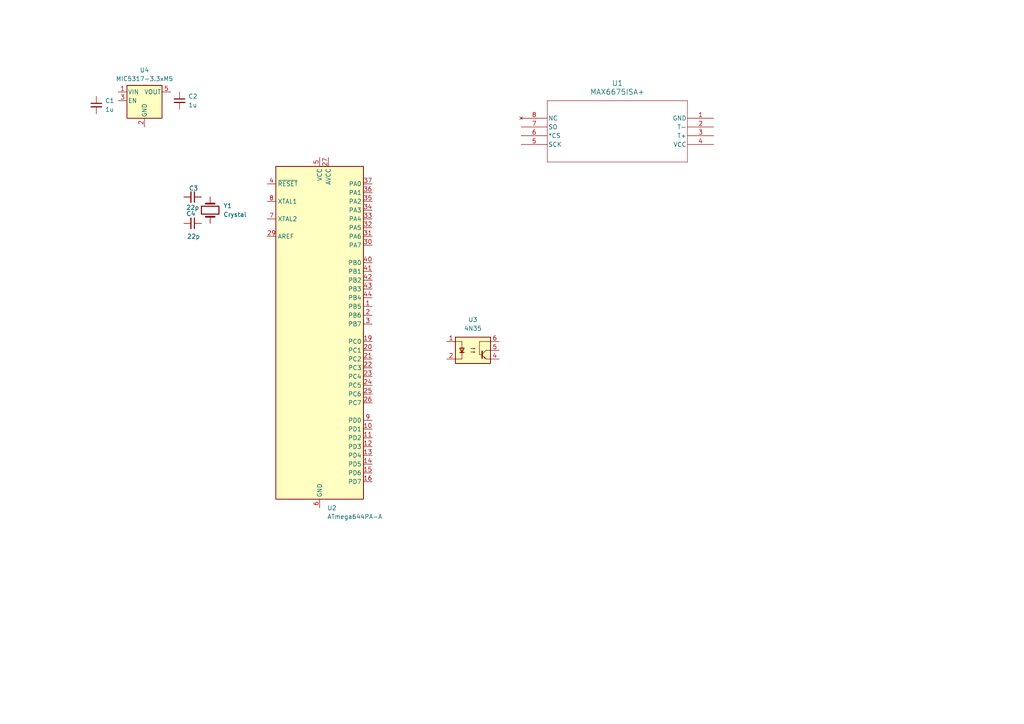
<source format=kicad_sch>
(kicad_sch (version 20240101) (generator "eeschema") (generator_version "8.99")
  (paper "A4")
  (lib_symbols
    (symbol "2024-04-25_05-32-44:MAX6675ISA+" (pin_names (offset 0.254))
      (property "Reference" "U" (at 27.94 10.16 0))
      (property "Value" "MAX6675ISA+" (at 27.94 7.62 0))
      (symbol "MAX6675ISA+_0_1"
        (polyline (pts (xy 7.62 5.08) (xy 7.62 -12.7)) (stroke (width 0.127)))
        (polyline (pts (xy 7.62 -12.7) (xy 48.26 -12.7)) (stroke (width 0.127)))
        (polyline (pts (xy 48.26 -12.7) (xy 48.26 5.08)) (stroke (width 0.127)))
        (polyline (pts (xy 48.26 5.08) (xy 7.62 5.08)) (stroke (width 0.127)))
        (pin power_in line (at 0 0 0) (length 7.62) (name "GND") (number "1"))
        (pin unspecified line (at 0 -2.54 0) (length 7.62) (name "T-") (number "2"))
        (pin unspecified line (at 0 -5.08 0) (length 7.62) (name "T+") (number "3"))
        (pin power_in line (at 0 -7.62 0) (length 7.62) (name "VCC") (number "4"))
        (pin input line (at 55.88 -7.62 180) (length 7.62) (name "SCK") (number "5"))
        (pin input line (at 55.88 -5.08 180) (length 7.62) (name "*CS") (number "6"))
        (pin output line (at 55.88 -2.54 180) (length 7.62) (name "SO") (number "7"))
        (pin no_connect line (at 55.88 0 180) (length 7.62) (name "NC") (number "8"))
      )
    )
    (symbol "Device:C_Small" (pin_numbers hide) (pin_names (offset 0.254) hide)
      (property "Reference" "C" (at 0.254 1.778 0))
      (property "Value" "C_Small" (at 0.254 -2.032 0))
      (symbol "C_Small_0_1"
        (polyline (pts (xy -1.524 -0.508) (xy 1.524 -0.508)) (stroke (width 0.3302)))
        (polyline (pts (xy -1.524 0.508) (xy 1.524 0.508)) (stroke (width 0.3048)))
      )
      (symbol "C_Small_1_1"
        (pin passive line (at 0 2.54 270) (length 2.032) (name "~") (number "1"))
        (pin passive line (at 0 -2.54 90) (length 2.032) (name "~") (number "2"))
      )
    )
    (symbol "Device:Crystal" (pin_numbers hide) (pin_names (offset 1.016) hide)
      (property "Reference" "Y" (at 0 3.81 0))
      (property "Value" "Crystal" (at 0 -3.81 0))
      (symbol "Crystal_0_1"
        (rectangle (start -1.143 2.54) (end 1.143 -2.54) (stroke (width 0.3048)))
        (polyline (pts (xy -2.54 0) (xy -1.905 0)))
        (polyline (pts (xy -1.905 -1.27) (xy -1.905 1.27)) (stroke (width 0.508)))
        (polyline (pts (xy 1.905 -1.27) (xy 1.905 1.27)) (stroke (width 0.508)))
        (polyline (pts (xy 2.54 0) (xy 1.905 0)))
      )
      (symbol "Crystal_1_1"
        (pin passive line (at -3.81 0 0) (length 1.27) (name "1") (number "1"))
        (pin passive line (at 3.81 0 180) (length 1.27) (name "2") (number "2"))
      )
    )
    (symbol "Isolator:4N35" (pin_names (offset 1.016))
      (property "Reference" "U" (at -5.08 5.08 0))
      (property "Value" "4N35" (at 0 5.08 0))
      (symbol "4N35_0_1"
        (rectangle (start -5.08 3.81) (end 5.08 -3.81) (stroke (width 0.254)) (fill (type background)))
        (polyline (pts (xy -3.81 -0.635) (xy -2.54 -0.635)) (stroke (width 0.254)))
        (polyline (pts (xy 2.667 -1.397) (xy 3.81 -2.54)))
        (polyline (pts (xy 2.667 -1.143) (xy 3.81 0)))
        (polyline (pts (xy 3.81 -2.54) (xy 5.08 -2.54)))
        (polyline (pts (xy 3.81 0) (xy 5.08 0)))
        (polyline (pts (xy 2.667 -0.254) (xy 2.667 -2.286) (xy 2.667 -2.286)) (stroke (width 0.3556)))
        (polyline (pts (xy -5.08 -2.54) (xy -3.175 -2.54) (xy -3.175 2.54) (xy -5.08 2.54)))
        (polyline (pts (xy -3.175 -0.635) (xy -3.81 0.635) (xy -2.54 0.635) (xy -3.175 -0.635)) (stroke (width 0.254)))
        (polyline (pts (xy 3.683 -2.413) (xy 3.429 -1.905) (xy 3.175 -2.159) (xy 3.683 -2.413)))
        (polyline (pts (xy 5.08 2.54) (xy 1.905 2.54) (xy 1.905 -1.27) (xy 2.54 -1.27)))
        (polyline (pts (xy -0.635 -0.508) (xy 0.635 -0.508) (xy 0.254 -0.635) (xy 0.254 -0.381) (xy 0.635 -0.508)))
        (polyline (pts (xy -0.635 0.508) (xy 0.635 0.508) (xy 0.254 0.381) (xy 0.254 0.635) (xy 0.635 0.508)))
      )
      (symbol "4N35_1_1"
        (pin passive line (at -7.62 2.54 0) (length 2.54) (name "~") (number "1"))
        (pin passive line (at -7.62 -2.54 0) (length 2.54) (name "~") (number "2"))
        (pin no_connect line (at -5.08 0 0) (length 2.54) hide (name "NC") (number "3"))
        (pin passive line (at 7.62 -2.54 180) (length 2.54) (name "~") (number "4"))
        (pin passive line (at 7.62 0 180) (length 2.54) (name "~") (number "5"))
        (pin passive line (at 7.62 2.54 180) (length 2.54) (name "~") (number "6"))
      )
    )
    (symbol "MCU_Microchip_ATmega:ATmega644PA-A"
      (property "Reference" "U" (at -12.7 49.53 0))
      (property "Value" "ATmega644PA-A" (at 2.54 -49.53 0))
      (symbol "ATmega644PA-A_0_1"
        (rectangle (start -12.7 -48.26) (end 12.7 48.26) (stroke (width 0.254)) (fill (type background)))
      )
      (symbol "ATmega644PA-A_1_1"
        (pin bidirectional line (at 15.24 35.56 180) (length 2.54) (name "PA3") (number "34"))
        (pin bidirectional line (at 15.24 33.02 180) (length 2.54) (name "PA4") (number "33"))
        (pin bidirectional line (at 15.24 30.48 180) (length 2.54) (name "PA5") (number "32"))
        (pin bidirectional line (at 15.24 25.4 180) (length 2.54) (name "PA7") (number "30"))
        (pin bidirectional line (at 15.24 40.64 180) (length 2.54) (name "PA1") (number "36"))
        (pin bidirectional line (at 15.24 43.18 180) (length 2.54) (name "PA0") (number "37"))
        (pin bidirectional line (at 15.24 38.1 180) (length 2.54) (name "PA2") (number "35"))
        (pin bidirectional line (at 15.24 27.94 180) (length 2.54) (name "PA6") (number "31"))
        (pin bidirectional line (at 15.24 20.32 180) (length 2.54) (name "PB0") (number "40"))
        (pin bidirectional line (at 15.24 17.78 180) (length 2.54) (name "PB1") (number "41"))
        (pin bidirectional line (at 15.24 12.7 180) (length 2.54) (name "PB3") (number "43"))
        (pin bidirectional line (at 15.24 7.62 180) (length 2.54) (name "PB5") (number "1"))
        (pin bidirectional line (at 15.24 -27.94 180) (length 2.54) (name "PD1") (number "10"))
        (pin bidirectional line (at 15.24 -30.48 180) (length 2.54) (name "PD2") (number "11"))
        (pin bidirectional line (at 15.24 15.24 180) (length 2.54) (name "PB2") (number "42"))
        (pin bidirectional line (at 15.24 -40.64 180) (length 2.54) (name "PD6") (number "15"))
        (pin bidirectional line (at 15.24 -2.54 180) (length 2.54) (name "PC0") (number "19"))
        (pin bidirectional line (at 15.24 5.08 180) (length 2.54) (name "PB6") (number "2"))
        (pin bidirectional line (at 15.24 -5.08 180) (length 2.54) (name "PC1") (number "20"))
        (pin bidirectional line (at 15.24 -7.62 180) (length 2.54) (name "PC2") (number "21"))
        (pin bidirectional line (at 15.24 -10.16 180) (length 2.54) (name "PC3") (number "22"))
        (pin bidirectional line (at 15.24 -12.7 180) (length 2.54) (name "PC4") (number "23"))
        (pin bidirectional line (at 15.24 10.16 180) (length 2.54) (name "PB4") (number "44"))
        (pin bidirectional line (at 15.24 -15.24 180) (length 2.54) (name "PC5") (number "24"))
        (pin bidirectional line (at 15.24 -17.78 180) (length 2.54) (name "PC6") (number "25"))
        (pin bidirectional line (at 15.24 -20.32 180) (length 2.54) (name "PC7") (number "26"))
        (pin bidirectional line (at 15.24 2.54 180) (length 2.54) (name "PB7") (number "3"))
        (pin bidirectional line (at 15.24 -25.4 180) (length 2.54) (name "PD0") (number "9"))
        (pin bidirectional line (at 15.24 -33.02 180) (length 2.54) (name "PD3") (number "12"))
        (pin bidirectional line (at 15.24 -35.56 180) (length 2.54) (name "PD4") (number "13"))
        (pin bidirectional line (at 15.24 -38.1 180) (length 2.54) (name "PD5") (number "14"))
        (pin bidirectional line (at 15.24 -43.18 180) (length 2.54) (name "PD7") (number "16"))
        (pin power_in line (at 2.54 50.8 270) (length 2.54) (name "AVCC") (number "27"))
        (pin passive line (at 0 50.8 270) (length 2.54) hide (name "VCC") (number "17"))
        (pin passive line (at 0 50.8 270) (length 2.54) hide (name "VCC") (number "38"))
        (pin passive line (at 0 -50.8 90) (length 2.54) hide (name "GND") (number "18"))
        (pin passive line (at 0 -50.8 90) (length 2.54) hide (name "GND") (number "28"))
        (pin passive line (at 0 -50.8 90) (length 2.54) hide (name "GND") (number "39"))
        (pin input line (at -15.24 43.18 0) (length 2.54) (name "~{RESET}") (number "4"))
        (pin power_in line (at 0 50.8 270) (length 2.54) (name "VCC") (number "5"))
        (pin power_in line (at 0 -50.8 90) (length 2.54) (name "GND") (number "6"))
        (pin passive line (at -15.24 27.94 0) (length 2.54) (name "AREF") (number "29"))
        (pin input line (at -15.24 38.1 0) (length 2.54) (name "XTAL1") (number "8"))
        (pin output line (at -15.24 33.02 0) (length 2.54) (name "XTAL2") (number "7"))
      )
    )
    (symbol "Regulator_Linear:MIC5317-3.3xM5" (pin_names (offset 0.254))
      (property "Reference" "U" (at -6.35 6.35 0))
      (property "Value" "MIC5317-3.3xM5" (at 0 6.35 0))
      (symbol "MIC5317-3.3xM5_0_1"
        (rectangle (start -5.08 4.445) (end 5.08 -5.08) (stroke (width 0.254)) (fill (type background)))
      )
      (symbol "MIC5317-3.3xM5_1_1"
        (pin power_in line (at -7.62 2.54 0) (length 2.54) (name "VIN") (number "1"))
        (pin power_in line (at 0 -7.62 90) (length 2.54) (name "GND") (number "2"))
        (pin input line (at -7.62 0 0) (length 2.54) (name "EN") (number "3"))
        (pin no_connect line (at 5.08 0 180) (length 2.54) hide (name "NC") (number "4"))
        (pin power_out line (at 7.62 2.54 180) (length 2.54) (name "VOUT") (number "5"))
      )
    )
  )
  (symbol (lib_id "Device:C_Small") (at 55.88 57.15 270) (unit 1)
    (property "Reference" "C3" (at 56.134 54.61 90))
    (property "Value" "22p" (at 55.88 60.198 90))
    (property "Footprint" "Capacitor_SMD:C_0805_2012Metric_Pad1.18x1.45mm_HandSolder" (effects (hide yes)))
    (property "Description" "Unpolarized capacitor, small symbol" (effects (hide yes)))
  )
  (symbol (lib_id "Isolator:4N35") (at 137.16 101.6 0) (unit 1)
    (property "Reference" "U3" (at 137.16 92.71 0))
    (property "Value" "4N35" (at 137.16 95.25 0))
    (property "Footprint" "Package_DIP:DIP-6_W7.62mm" (effects (hide yes)))
    (property "Datasheet" "https://www.vishay.com/docs/81181/4n35.pdf" (effects (hide yes)))
    (property "Description" "Optocoupler, Phototransistor Output, with Base Connection, Vce 70V, CTR 100%, Viso 5000V, DIP6" (effects (hide yes)))
  )
  (symbol (lib_id "Device:C_Small") (at 52.07 29.21 0) (unit 1)
    (property "Reference" "C2" (at 54.61 27.9462 0) (effects (justify left)))
    (property "Value" "1u" (at 54.61 30.4862 0) (effects (justify left)))
    (property "Footprint" "Capacitor_SMD:C_0603_1608Metric_Pad1.08x0.95mm_HandSolder" (effects (hide yes)))
    (property "Description" "Unpolarized capacitor, small symbol" (effects (hide yes)))
  )
  (symbol (lib_id "Regulator_Linear:MIC5317-3.3xM5") (at 41.91 29.21 0) (unit 1)
    (property "Reference" "U4" (at 41.91 20.32 0))
    (property "Value" "MIC5317-3.3xM5" (at 41.91 22.86 0))
    (property "Footprint" "Package_TO_SOT_SMD:SOT-23-5" (effects (hide yes)))
    (property "Datasheet" "https://ww1.microchip.com/downloads/aemDocuments/documents/OTH/ProductDocuments/DataSheets/MIC5317-High-Performance-Single-150mA-LDO-DS20006195B.pdf" (effects (hide yes)))
    (property "Description" "150mA Low-dropout Voltage Regulator, Vout 3.3V, Vin up to 6V, SOT23-5" (effects (hide yes)))
  )
  (symbol (lib_id "MCU_Microchip_ATmega:ATmega644PA-A") (at 92.71 96.52 0) (unit 1)
    (property "Reference" "U2" (at 94.9041 147.32 0) (effects (justify left)))
    (property "Value" "ATmega644PA-A" (at 94.9041 149.86 0) (effects (justify left)))
    (property "Footprint" "Package_QFP:TQFP-44_10x10mm_P0.8mm" (effects (hide yes)))
    (property "Datasheet" "http://ww1.microchip.com/downloads/en/DeviceDoc/Atmel-8272-8-bit-AVR-microcontroller-ATmega164A_PA-324A_PA-644A_PA-1284_P_datasheet.pdf" (effects (hide yes)))
    (property "Description" "20MHz, 64kB Flash, 4kB SRAM, 2kB EEPROM, JTAG, TQFP-44" (effects (hide yes)))
  )
  (symbol (lib_id "Device:C_Small") (at 27.94 30.48 0) (unit 1)
    (property "Reference" "C1" (at 30.48 29.2162 0) (effects (justify left)))
    (property "Value" "1u" (at 30.48 31.7562 0) (effects (justify left)))
    (property "Footprint" "Capacitor_SMD:C_0603_1608Metric_Pad1.08x0.95mm_HandSolder" (effects (hide yes)))
    (property "Description" "Unpolarized capacitor, small symbol" (effects (hide yes)))
  )
  (symbol (lib_id "2024-04-25_05-32-44:MAX6675ISA+") (at 207.01 34.29 0) (mirror y) (unit 1)
    (property "Reference" "U1" (at 179.07 24.13 0) (effects (font (size 1.524 1.524))))
    (property "Value" "MAX6675ISA+" (at 179.07 26.67 0) (effects (font (size 1.524 1.524))))
    (property "Footprint" "21-0041B_8_MXM" (effects (hide yes)))
    (property "Datasheet" "MAX6675ISA+" (effects (hide yes)))
  )
  (symbol (lib_id "Device:Crystal") (at 60.96 60.96 270) (unit 1)
    (property "Reference" "Y1" (at 64.77 59.6899 90) (effects (justify left)))
    (property "Value" "Crystal" (at 64.77 62.2299 90) (effects (justify left)))
    (property "Description" "Two pin crystal" (effects (hide yes)))
  )
  (symbol (lib_id "Device:C_Small") (at 55.88 64.77 270) (unit 1)
    (property "Reference" "C4" (at 55.372 61.976 90))
    (property "Value" "22p" (at 56.134 68.58 90))
    (property "Footprint" "Capacitor_SMD:C_0805_2012Metric_Pad1.18x1.45mm_HandSolder" (effects (hide yes)))
    (property "Description" "Unpolarized capacitor, small symbol" (effects (hide yes)))
  )
)
</source>
